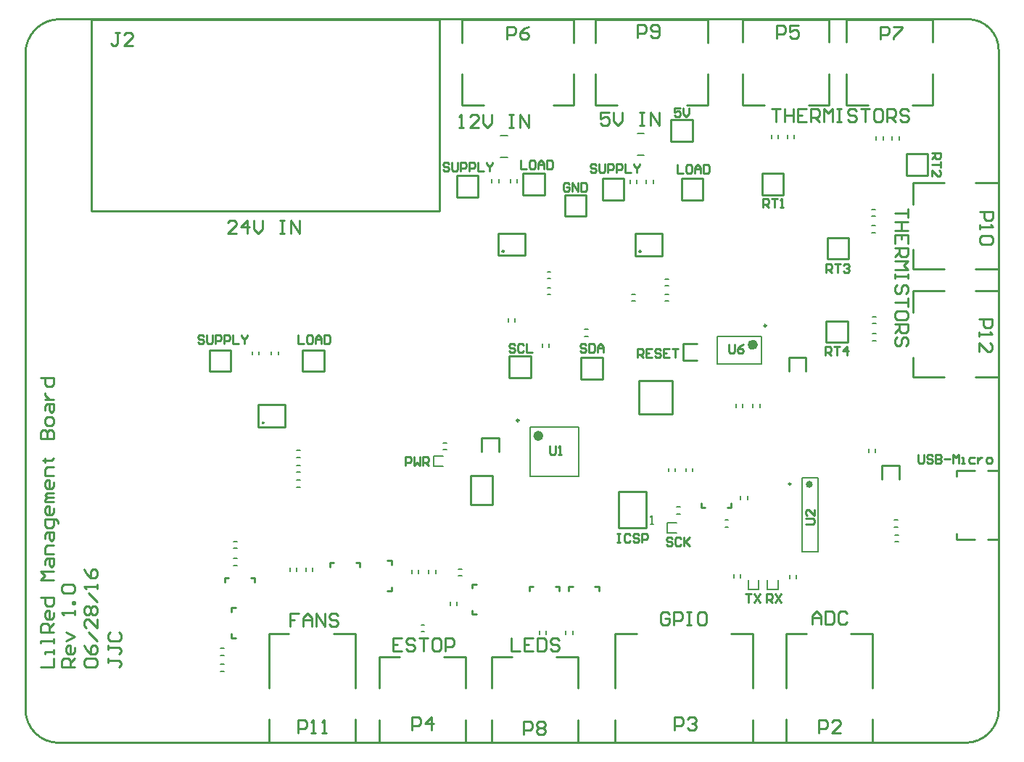
<source format=gto>
%FSLAX24Y24*%
%MOIN*%
G70*
G01*
G75*
G04 Layer_Color=65535*
%ADD10R,0.0551X0.0591*%
%ADD11R,0.0354X0.0394*%
%ADD12R,0.0394X0.0354*%
%ADD13R,0.0315X0.0354*%
%ADD14R,0.0354X0.0315*%
%ADD15R,0.0591X0.0512*%
%ADD16R,0.0512X0.0591*%
%ADD17R,0.0610X0.0591*%
%ADD18R,0.0532X0.0157*%
%ADD19R,0.0433X0.0709*%
%ADD20O,0.0138X0.0669*%
%ADD21O,0.0886X0.0157*%
%ADD22O,0.0236X0.0768*%
%ADD23O,0.0768X0.0236*%
%ADD24R,0.0827X0.0157*%
%ADD25R,0.0394X0.0394*%
%ADD26R,0.0394X0.0394*%
%ADD27R,0.0512X0.1063*%
%ADD28R,0.0315X0.0315*%
%ADD29R,0.0315X0.0315*%
%ADD30R,0.0118X0.0571*%
%ADD31R,0.2047X0.3445*%
%ADD32C,0.0100*%
%ADD33C,0.0200*%
%ADD34C,0.0198*%
%ADD35C,0.3500*%
%ADD36C,0.0500*%
%ADD37C,0.0787*%
%ADD38C,0.1575*%
%ADD39C,0.0610*%
%ADD40C,0.0492*%
%ADD41C,0.0750*%
%ADD42C,0.0394*%
%ADD43C,0.2200*%
%ADD44C,0.0300*%
%ADD45C,0.0100*%
%ADD46C,0.0098*%
%ADD47C,0.0236*%
%ADD48C,0.0157*%
%ADD49C,0.0079*%
%ADD50C,0.0080*%
D32*
X-0Y1526D02*
G03*
X1526Y-0I1526J0D01*
G01*
X43209Y-0D02*
G03*
X44734Y1526I0J1526D01*
G01*
Y31841D02*
G03*
X43307Y33268I-1427J0D01*
G01*
X1575D02*
G03*
X-0Y31693I0J-1575D01*
G01*
X10965Y14715D02*
G03*
X10965Y14715I-39J0D01*
G01*
X28287Y22589D02*
G03*
X28287Y22589I-39J0D01*
G01*
X21988Y22598D02*
G03*
X21988Y22598I-39J0D01*
G01*
X33425Y8D02*
Y1058D01*
X27094Y8D02*
X33425D01*
Y2508D02*
Y5008D01*
X32425D02*
X33425D01*
X27084Y2508D02*
Y5008D01*
X27094Y8D02*
Y1058D01*
X27084Y5008D02*
X28094D01*
X30217Y18356D02*
X30856D01*
X30217Y17569D02*
Y18356D01*
Y17569D02*
X30856D01*
X35876Y17077D02*
Y17717D01*
X35089D02*
X35876D01*
X35089Y17077D02*
Y17717D01*
X40157Y12106D02*
Y12746D01*
X39370D02*
X40157D01*
X39370Y12106D02*
Y12746D01*
X20965Y13386D02*
Y14026D01*
X21752D01*
Y13386D02*
Y14026D01*
X23150Y6988D02*
Y7185D01*
X23327D01*
X24350D02*
X24528D01*
Y6988D02*
Y7185D01*
X24970Y6988D02*
Y7185D01*
X25148D01*
X26171D02*
X26348D01*
Y6988D02*
Y7185D01*
X9154Y7382D02*
Y7579D01*
X9331D01*
X10354D02*
X10532D01*
Y7382D02*
Y7579D01*
X13996Y8081D02*
Y8278D01*
X14174D01*
X15197D02*
X15374D01*
Y8081D02*
Y8278D01*
X9449Y4823D02*
X9646D01*
X9449D02*
Y5000D01*
Y6024D02*
Y6201D01*
X9646D01*
X16634Y8366D02*
X16831D01*
Y8189D02*
Y8366D01*
Y6988D02*
Y7165D01*
X16634Y6988D02*
X16831D01*
X20522Y5906D02*
X20719D01*
X20522D02*
Y6083D01*
Y7106D02*
Y7283D01*
X20719D01*
X32431Y10827D02*
Y11024D01*
X32254Y10827D02*
X32431D01*
X31053D02*
X31230D01*
X31053D02*
Y11024D01*
X-0Y1526D02*
Y31693D01*
X1526Y-0D02*
X1575D01*
X1575Y-0D02*
X43209D01*
X44734Y1526D02*
Y31841D01*
X1575Y33268D02*
X43307D01*
X-0Y31693D02*
Y31693D01*
X15157Y22D02*
Y1072D01*
X11189Y22D02*
X15157D01*
Y2522D02*
Y5022D01*
X14157D02*
X15157D01*
X11189D02*
X12107D01*
X11189Y2522D02*
Y5022D01*
Y22D02*
Y1072D01*
X44744Y9345D02*
Y12505D01*
X42784Y12235D02*
Y12505D01*
X43634D01*
X44234D02*
X44744D01*
X44234Y9345D02*
X44744D01*
X42784D02*
X43634D01*
X42784D02*
Y9615D01*
X25532Y17717D02*
X26516D01*
Y16732D02*
Y17717D01*
X25532Y16732D02*
X26516D01*
X25532D02*
Y17717D01*
X22235Y17766D02*
X23219D01*
Y16782D02*
Y17766D01*
X22235Y16782D02*
X23219D01*
X22235D02*
Y17766D01*
X30158Y24951D02*
Y25935D01*
X31142D01*
Y24951D02*
Y25935D01*
X30158Y24951D02*
X31142D01*
X26516Y25935D02*
X27500D01*
Y24951D02*
Y25935D01*
X27451Y24951D02*
X27500D01*
X26516D02*
X27451D01*
X26516D02*
Y25935D01*
X22874Y26181D02*
X23859D01*
Y25197D02*
Y26181D01*
X22874Y25197D02*
X23859D01*
X22874D02*
Y26181D01*
X13721Y18012D02*
Y18061D01*
X12737D02*
X13721D01*
X12737Y18012D02*
Y18061D01*
X13721Y17077D02*
Y18012D01*
X12737Y17077D02*
X13721D01*
X12737D02*
Y18012D01*
X8455Y18061D02*
X9439D01*
Y17077D02*
Y18061D01*
X8455Y17077D02*
X9439D01*
X8455D02*
Y18061D01*
X28199Y15118D02*
Y16663D01*
Y15118D02*
X29725D01*
Y16663D01*
X28199D02*
X29725D01*
X19823Y26083D02*
X20807D01*
X19823Y25098D02*
Y26083D01*
X20807Y25098D02*
Y26083D01*
X19823Y25098D02*
X20807D01*
X36811Y19390D02*
X37795D01*
Y18406D02*
Y19390D01*
X36811Y18406D02*
X37795D01*
X36811D02*
Y19390D01*
X36860Y23228D02*
X37844D01*
X36860Y23130D02*
Y23228D01*
X37844Y22244D02*
Y23228D01*
X36860Y22244D02*
X37844D01*
X36860D02*
Y23130D01*
X40493Y27067D02*
X41477D01*
Y26083D02*
Y27067D01*
X40493Y26083D02*
X41477D01*
X40493D02*
Y27067D01*
X33849Y26132D02*
Y26181D01*
X34833D01*
Y26132D02*
Y26181D01*
Y25197D02*
Y26132D01*
X33849Y25197D02*
X34833D01*
X33849D02*
Y26132D01*
X29666Y28543D02*
Y28642D01*
X30650D01*
Y27657D02*
Y28642D01*
X29666Y27657D02*
X30650D01*
X29666D02*
Y28543D01*
X24794Y25197D02*
X25778D01*
X24794Y24213D02*
Y25197D01*
X25778Y24213D02*
Y25197D01*
X24794Y24213D02*
X25778D01*
X27254Y11565D02*
X28534D01*
Y9892D02*
Y11565D01*
X27254Y9892D02*
X28534D01*
X27254D02*
Y11565D01*
X21435Y8D02*
Y1058D01*
Y2508D02*
Y3948D01*
X22354D01*
X24404D02*
X25404D01*
Y2508D02*
Y3948D01*
X21435Y8D02*
X25404D01*
Y1058D01*
X36922Y32210D02*
Y33260D01*
Y29320D02*
Y30760D01*
X36003Y29320D02*
X36922D01*
X32953D02*
X33953D01*
X32953D02*
Y30760D01*
Y33260D02*
X36922D01*
X32953Y32210D02*
Y33260D01*
X41696Y32210D02*
Y33260D01*
Y29320D02*
Y30760D01*
X40777Y29320D02*
X41696D01*
X37727D02*
X38727D01*
X37727D02*
Y30760D01*
Y33260D02*
X41696D01*
X37727Y32210D02*
Y33260D01*
X21455Y10957D02*
Y12267D01*
X20455Y10957D02*
X21455D01*
X20455D02*
Y12267D01*
X21455D01*
X38937Y22D02*
Y1072D01*
X34969Y22D02*
X38937D01*
Y2522D02*
Y5022D01*
X37937D02*
X38937D01*
X34969D02*
X35887D01*
X34969Y2522D02*
Y5022D01*
Y22D02*
Y1072D01*
X16267Y8D02*
Y1058D01*
Y2508D02*
Y3948D01*
X17186D01*
X19236D02*
X20236D01*
Y2508D02*
Y3948D01*
X16267Y8D02*
X20236D01*
Y1058D01*
X26201Y32196D02*
Y33246D01*
X31351D01*
X26201Y29306D02*
Y30746D01*
Y29306D02*
X27201D01*
X30401D02*
X31351D01*
Y30746D01*
Y32196D02*
Y33246D01*
X43676Y25748D02*
X44726D01*
Y21779D02*
Y25748D01*
X40786D02*
X42226D01*
X40786Y24748D02*
Y25748D01*
Y21779D02*
Y22698D01*
Y21779D02*
X42226D01*
X43676D02*
X44726D01*
X43676Y20778D02*
X44726D01*
Y16809D02*
Y20778D01*
X40786D02*
X42226D01*
X40786Y19778D02*
Y20778D01*
Y16809D02*
Y17728D01*
Y16809D02*
X42226D01*
X43676D02*
X44726D01*
X19034Y24435D02*
Y33265D01*
X3034D02*
X19034D01*
X3034Y24435D02*
Y33265D01*
Y24435D02*
X19034D01*
X20050Y32196D02*
Y33246D01*
X25200D01*
X20050Y29306D02*
Y30746D01*
Y29306D02*
X21050D01*
X24250D02*
X25200D01*
Y30746D01*
Y32196D02*
Y33246D01*
X10709Y15541D02*
X11929D01*
Y14518D02*
Y15541D01*
X10709Y14518D02*
X11929D01*
X10709D02*
X10709Y15541D01*
X28031Y23415D02*
X29252D01*
Y22392D02*
Y23415D01*
X28031Y22392D02*
X29252D01*
X28031D02*
X28031Y23415D01*
X21732Y23425D02*
X22953D01*
Y22402D02*
Y23425D01*
X21732Y22402D02*
X22953D01*
X21732D02*
X21732Y23425D01*
X12539Y457D02*
Y1057D01*
X12839D01*
X12939Y957D01*
Y757D01*
X12839Y657D01*
X12539D01*
X13139Y457D02*
X13339D01*
X13239D01*
Y1057D01*
X13139Y957D01*
X13639Y457D02*
X13839D01*
X13739D01*
Y1057D01*
X13639Y957D01*
X22894Y380D02*
Y980D01*
X23194D01*
X23294Y880D01*
Y680D01*
X23194Y580D01*
X22894D01*
X23494Y880D02*
X23593Y980D01*
X23793D01*
X23893Y880D01*
Y780D01*
X23793Y680D01*
X23893Y580D01*
Y480D01*
X23793Y380D01*
X23593D01*
X23494Y480D01*
Y580D01*
X23593Y680D01*
X23494Y780D01*
Y880D01*
X23593Y680D02*
X23793D01*
X34538Y32382D02*
Y32982D01*
X34838D01*
X34938Y32882D01*
Y32682D01*
X34838Y32582D01*
X34538D01*
X35537Y32982D02*
X35138D01*
Y32682D01*
X35338Y32782D01*
X35438D01*
X35537Y32682D01*
Y32482D01*
X35438Y32382D01*
X35238D01*
X35138Y32482D01*
X39311Y32333D02*
Y32932D01*
X39611D01*
X39711Y32833D01*
Y32633D01*
X39611Y32533D01*
X39311D01*
X39911Y32932D02*
X40311D01*
Y32833D01*
X39911Y32433D01*
Y32333D01*
X25011Y25678D02*
X24944Y25744D01*
X24811D01*
X24745Y25678D01*
Y25411D01*
X24811Y25344D01*
X24944D01*
X25011Y25411D01*
Y25544D01*
X24878D01*
X25144Y25344D02*
Y25744D01*
X25411Y25344D01*
Y25744D01*
X25544D02*
Y25344D01*
X25744D01*
X25811Y25411D01*
Y25678D01*
X25744Y25744D01*
X25544D01*
X30080Y29189D02*
X29813D01*
Y28989D01*
X29947Y29056D01*
X30013D01*
X30080Y28989D01*
Y28856D01*
X30013Y28789D01*
X29880D01*
X29813Y28856D01*
X30213Y29189D02*
Y28923D01*
X30347Y28789D01*
X30480Y28923D01*
Y29189D01*
X36762Y17815D02*
Y18215D01*
X36962D01*
X37028Y18148D01*
Y18015D01*
X36962Y17948D01*
X36762D01*
X36895D02*
X37028Y17815D01*
X37162Y18215D02*
X37428D01*
X37295D01*
Y17815D01*
X37761D02*
Y18215D01*
X37562Y18015D01*
X37828D01*
X36811Y21604D02*
Y22004D01*
X37011D01*
X37078Y21938D01*
Y21804D01*
X37011Y21738D01*
X36811D01*
X36944D02*
X37078Y21604D01*
X37211Y22004D02*
X37477D01*
X37344D01*
Y21604D01*
X37611Y21938D02*
X37677Y22004D01*
X37811D01*
X37877Y21938D01*
Y21871D01*
X37811Y21804D01*
X37744D01*
X37811D01*
X37877Y21738D01*
Y21671D01*
X37811Y21604D01*
X37677D01*
X37611Y21671D01*
X41674Y27116D02*
X42074D01*
Y26916D01*
X42007Y26850D01*
X41874D01*
X41807Y26916D01*
Y27116D01*
Y26983D02*
X41674Y26850D01*
X42074Y26716D02*
Y26450D01*
Y26583D01*
X41674D01*
Y26050D02*
Y26316D01*
X41940Y26050D01*
X42007D01*
X42074Y26116D01*
Y26250D01*
X42007Y26316D01*
X33898Y24606D02*
Y25006D01*
X34098D01*
X34165Y24940D01*
Y24806D01*
X34098Y24740D01*
X33898D01*
X34031D02*
X34165Y24606D01*
X34298Y25006D02*
X34564D01*
X34431D01*
Y24606D01*
X34698D02*
X34831D01*
X34764D01*
Y25006D01*
X34698Y24940D01*
X22776Y26778D02*
Y26378D01*
X23043D01*
X23376Y26778D02*
X23243D01*
X23176Y26711D01*
Y26445D01*
X23243Y26378D01*
X23376D01*
X23442Y26445D01*
Y26711D01*
X23376Y26778D01*
X23576Y26378D02*
Y26645D01*
X23709Y26778D01*
X23842Y26645D01*
Y26378D01*
Y26578D01*
X23576D01*
X23976Y26778D02*
Y26378D01*
X24176D01*
X24242Y26445D01*
Y26711D01*
X24176Y26778D01*
X23976D01*
X19450Y26613D02*
X19383Y26679D01*
X19250D01*
X19183Y26613D01*
Y26546D01*
X19250Y26479D01*
X19383D01*
X19450Y26413D01*
Y26346D01*
X19383Y26280D01*
X19250D01*
X19183Y26346D01*
X19583Y26679D02*
Y26346D01*
X19650Y26280D01*
X19783D01*
X19850Y26346D01*
Y26679D01*
X19983Y26280D02*
Y26679D01*
X20183D01*
X20250Y26613D01*
Y26479D01*
X20183Y26413D01*
X19983D01*
X20383Y26280D02*
Y26679D01*
X20583D01*
X20650Y26613D01*
Y26479D01*
X20583Y26413D01*
X20383D01*
X20783Y26679D02*
Y26280D01*
X21050D01*
X21183Y26679D02*
Y26613D01*
X21316Y26479D01*
X21449Y26613D01*
Y26679D01*
X21316Y26479D02*
Y26280D01*
X29961Y26581D02*
Y26181D01*
X30228D01*
X30561Y26581D02*
X30428D01*
X30361Y26514D01*
Y26248D01*
X30428Y26181D01*
X30561D01*
X30627Y26248D01*
Y26514D01*
X30561Y26581D01*
X30761Y26181D02*
Y26448D01*
X30894Y26581D01*
X31027Y26448D01*
Y26181D01*
Y26381D01*
X30761D01*
X31161Y26581D02*
Y26181D01*
X31361D01*
X31427Y26248D01*
Y26514D01*
X31361Y26581D01*
X31161D01*
X8180Y18690D02*
X8114Y18756D01*
X7980D01*
X7914Y18690D01*
Y18623D01*
X7980Y18556D01*
X8114D01*
X8180Y18490D01*
Y18423D01*
X8114Y18356D01*
X7980D01*
X7914Y18423D01*
X8314Y18756D02*
Y18423D01*
X8380Y18356D01*
X8514D01*
X8580Y18423D01*
Y18756D01*
X8714Y18356D02*
Y18756D01*
X8913D01*
X8980Y18690D01*
Y18556D01*
X8913Y18490D01*
X8714D01*
X9113Y18356D02*
Y18756D01*
X9313D01*
X9380Y18690D01*
Y18556D01*
X9313Y18490D01*
X9113D01*
X9513Y18756D02*
Y18356D01*
X9780D01*
X9913Y18756D02*
Y18690D01*
X10046Y18556D01*
X10180Y18690D01*
Y18756D01*
X10046Y18556D02*
Y18356D01*
X26241Y26564D02*
X26175Y26630D01*
X26041D01*
X25975Y26564D01*
Y26497D01*
X26041Y26430D01*
X26175D01*
X26241Y26364D01*
Y26297D01*
X26175Y26230D01*
X26041D01*
X25975Y26297D01*
X26375Y26630D02*
Y26297D01*
X26441Y26230D01*
X26575D01*
X26641Y26297D01*
Y26630D01*
X26775Y26230D02*
Y26630D01*
X26974D01*
X27041Y26564D01*
Y26430D01*
X26974Y26364D01*
X26775D01*
X27174Y26230D02*
Y26630D01*
X27374D01*
X27441Y26564D01*
Y26430D01*
X27374Y26364D01*
X27174D01*
X27574Y26630D02*
Y26230D01*
X27841D01*
X27974Y26630D02*
Y26564D01*
X28107Y26430D01*
X28241Y26564D01*
Y26630D01*
X28107Y26430D02*
Y26230D01*
X12540Y18756D02*
Y18356D01*
X12806D01*
X13140Y18756D02*
X13006D01*
X12940Y18690D01*
Y18423D01*
X13006Y18356D01*
X13140D01*
X13206Y18423D01*
Y18690D01*
X13140Y18756D01*
X13340Y18356D02*
Y18623D01*
X13473Y18756D01*
X13606Y18623D01*
Y18356D01*
Y18556D01*
X13340D01*
X13739Y18756D02*
Y18356D01*
X13939D01*
X14006Y18423D01*
Y18690D01*
X13939Y18756D01*
X13739D01*
X22501Y18296D02*
X22435Y18362D01*
X22301D01*
X22235Y18296D01*
Y18229D01*
X22301Y18163D01*
X22435D01*
X22501Y18096D01*
Y18029D01*
X22435Y17963D01*
X22301D01*
X22235Y18029D01*
X22901Y18296D02*
X22834Y18362D01*
X22701D01*
X22635Y18296D01*
Y18029D01*
X22701Y17963D01*
X22834D01*
X22901Y18029D01*
X23034Y18362D02*
Y17963D01*
X23301D01*
X25749Y18296D02*
X25683Y18362D01*
X25549D01*
X25483Y18296D01*
Y18229D01*
X25549Y18163D01*
X25683D01*
X25749Y18096D01*
Y18029D01*
X25683Y17963D01*
X25549D01*
X25483Y18029D01*
X25883Y18362D02*
Y17963D01*
X26082D01*
X26149Y18029D01*
Y18296D01*
X26082Y18362D01*
X25883D01*
X26282Y17963D02*
Y18229D01*
X26416Y18362D01*
X26549Y18229D01*
Y17963D01*
Y18163D01*
X26282D01*
X32323Y18313D02*
Y17980D01*
X32390Y17913D01*
X32523D01*
X32590Y17980D01*
Y18313D01*
X32990D02*
X32856Y18247D01*
X32723Y18113D01*
Y17980D01*
X32790Y17913D01*
X32923D01*
X32990Y17980D01*
Y18047D01*
X32923Y18113D01*
X32723D01*
X35860Y10039D02*
X36194D01*
X36260Y10106D01*
Y10239D01*
X36194Y10306D01*
X35860D01*
X36260Y10706D02*
Y10439D01*
X35994Y10706D01*
X35927D01*
X35860Y10639D01*
Y10506D01*
X35927Y10439D01*
X24105Y13638D02*
Y13305D01*
X24171Y13238D01*
X24305D01*
X24371Y13305D01*
Y13638D01*
X24505Y13238D02*
X24638D01*
X24571D01*
Y13638D01*
X24505Y13571D01*
X28140Y17717D02*
Y18116D01*
X28340D01*
X28407Y18050D01*
Y17916D01*
X28340Y17850D01*
X28140D01*
X28273D02*
X28407Y17717D01*
X28807Y18116D02*
X28540D01*
Y17717D01*
X28807D01*
X28540Y17916D02*
X28673D01*
X29206Y18050D02*
X29140Y18116D01*
X29007D01*
X28940Y18050D01*
Y17983D01*
X29007Y17916D01*
X29140D01*
X29206Y17850D01*
Y17783D01*
X29140Y17717D01*
X29007D01*
X28940Y17783D01*
X29606Y18116D02*
X29340D01*
Y17717D01*
X29606D01*
X29340Y17916D02*
X29473D01*
X29740Y18116D02*
X30006D01*
X29873D01*
Y17717D01*
X28120Y32431D02*
Y33031D01*
X28420D01*
X28520Y32931D01*
Y32731D01*
X28420Y32631D01*
X28120D01*
X28720Y32531D02*
X28820Y32431D01*
X29020D01*
X29120Y32531D01*
Y32931D01*
X29020Y33031D01*
X28820D01*
X28720Y32931D01*
Y32831D01*
X28820Y32731D01*
X29120D01*
X17766Y591D02*
Y1190D01*
X18066D01*
X18166Y1090D01*
Y890D01*
X18066Y790D01*
X17766D01*
X18665Y591D02*
Y1190D01*
X18366Y890D01*
X18765D01*
X29823Y591D02*
Y1190D01*
X30123D01*
X30223Y1090D01*
Y890D01*
X30123Y790D01*
X29823D01*
X30423Y1090D02*
X30523Y1190D01*
X30723D01*
X30823Y1090D01*
Y990D01*
X30723Y890D01*
X30623D01*
X30723D01*
X30823Y790D01*
Y691D01*
X30723Y591D01*
X30523D01*
X30423Y691D01*
X36477Y443D02*
Y1043D01*
X36777D01*
X36877Y943D01*
Y743D01*
X36777Y643D01*
X36477D01*
X37476Y443D02*
X37077D01*
X37476Y843D01*
Y943D01*
X37376Y1043D01*
X37177D01*
X37077Y943D01*
X27205Y9603D02*
X27338D01*
X27272D01*
Y9203D01*
X27205D01*
X27338D01*
X27805Y9536D02*
X27738Y9603D01*
X27605D01*
X27538Y9536D01*
Y9269D01*
X27605Y9203D01*
X27738D01*
X27805Y9269D01*
X28205Y9536D02*
X28138Y9603D01*
X28005D01*
X27938Y9536D01*
Y9469D01*
X28005Y9403D01*
X28138D01*
X28205Y9336D01*
Y9269D01*
X28138Y9203D01*
X28005D01*
X27938Y9269D01*
X28338Y9203D02*
Y9603D01*
X28538D01*
X28605Y9536D01*
Y9403D01*
X28538Y9336D01*
X28338D01*
X41043Y13244D02*
Y12911D01*
X41110Y12844D01*
X41243D01*
X41310Y12911D01*
Y13244D01*
X41710Y13178D02*
X41643Y13244D01*
X41510D01*
X41443Y13178D01*
Y13111D01*
X41510Y13044D01*
X41643D01*
X41710Y12978D01*
Y12911D01*
X41643Y12844D01*
X41510D01*
X41443Y12911D01*
X41843Y13244D02*
Y12844D01*
X42043D01*
X42110Y12911D01*
Y12978D01*
X42043Y13044D01*
X41843D01*
X42043D01*
X42110Y13111D01*
Y13178D01*
X42043Y13244D01*
X41843D01*
X42243Y13044D02*
X42509D01*
X42643Y12844D02*
Y13244D01*
X42776Y13111D01*
X42909Y13244D01*
Y12844D01*
X43043D02*
X43176D01*
X43109D01*
Y13111D01*
X43043D01*
X43642D02*
X43443D01*
X43376Y13044D01*
Y12911D01*
X43443Y12844D01*
X43642D01*
X43776Y13111D02*
Y12844D01*
Y12978D01*
X43842Y13044D01*
X43909Y13111D01*
X43976D01*
X44242Y12844D02*
X44376D01*
X44442Y12911D01*
Y13044D01*
X44376Y13111D01*
X44242D01*
X44176Y13044D01*
Y12911D01*
X44242Y12844D01*
X43848Y24409D02*
X44448D01*
Y24110D01*
X44348Y24010D01*
X44148D01*
X44048Y24110D01*
Y24409D01*
X43848Y23810D02*
Y23610D01*
Y23710D01*
X44448D01*
X44348Y23810D01*
Y23310D02*
X44448Y23210D01*
Y23010D01*
X44348Y22910D01*
X43948D01*
X43848Y23010D01*
Y23210D01*
X43948Y23310D01*
X44348D01*
X43813Y19478D02*
X44413D01*
Y19178D01*
X44313Y19078D01*
X44113D01*
X44013Y19178D01*
Y19478D01*
X43813Y18879D02*
Y18679D01*
Y18779D01*
X44413D01*
X44313Y18879D01*
X43813Y17979D02*
Y18379D01*
X44213Y17979D01*
X44313D01*
X44413Y18079D01*
Y18279D01*
X44313Y18379D01*
X4327Y32637D02*
X4128D01*
X4227D01*
Y32137D01*
X4128Y32037D01*
X4028D01*
X3928Y32137D01*
X4927Y32037D02*
X4527D01*
X4927Y32437D01*
Y32537D01*
X4827Y32637D01*
X4627D01*
X4527Y32537D01*
X22117Y32333D02*
Y32932D01*
X22416D01*
X22516Y32833D01*
Y32633D01*
X22416Y32533D01*
X22117D01*
X23116Y32932D02*
X22916Y32833D01*
X22716Y32633D01*
Y32433D01*
X22816Y32333D01*
X23016D01*
X23116Y32433D01*
Y32533D01*
X23016Y32633D01*
X22716D01*
X3780Y3894D02*
Y3694D01*
Y3794D01*
X4280D01*
X4380Y3694D01*
Y3594D01*
X4280Y3494D01*
X3780Y4494D02*
Y4294D01*
Y4394D01*
X4280D01*
X4380Y4294D01*
Y4194D01*
X4280Y4094D01*
X3880Y5094D02*
X3780Y4994D01*
Y4794D01*
X3880Y4694D01*
X4280D01*
X4380Y4794D01*
Y4994D01*
X4280Y5094D01*
X2797Y3494D02*
X2697Y3594D01*
Y3794D01*
X2797Y3894D01*
X3197D01*
X3297Y3794D01*
Y3594D01*
X3197Y3494D01*
X2797D01*
X2697Y4494D02*
X2797Y4294D01*
X2997Y4094D01*
X3197D01*
X3297Y4194D01*
Y4394D01*
X3197Y4494D01*
X3097D01*
X2997Y4394D01*
Y4094D01*
X3297Y4694D02*
X2897Y5094D01*
X3297Y5693D02*
Y5294D01*
X2897Y5693D01*
X2797D01*
X2697Y5593D01*
Y5393D01*
X2797Y5294D01*
Y5893D02*
X2697Y5993D01*
Y6193D01*
X2797Y6293D01*
X2897D01*
X2997Y6193D01*
X3097Y6293D01*
X3197D01*
X3297Y6193D01*
Y5993D01*
X3197Y5893D01*
X3097D01*
X2997Y5993D01*
X2897Y5893D01*
X2797D01*
X2997Y5993D02*
Y6193D01*
X3297Y6493D02*
X2897Y6893D01*
X3297Y7093D02*
Y7293D01*
Y7193D01*
X2697D01*
X2797Y7093D01*
X2697Y7993D02*
X2797Y7793D01*
X2997Y7593D01*
X3197D01*
X3297Y7693D01*
Y7893D01*
X3197Y7993D01*
X3097D01*
X2997Y7893D01*
Y7593D01*
X2264Y3494D02*
X1664D01*
Y3794D01*
X1764Y3894D01*
X1964D01*
X2064Y3794D01*
Y3494D01*
Y3694D02*
X2264Y3894D01*
Y4394D02*
Y4194D01*
X2164Y4094D01*
X1964D01*
X1864Y4194D01*
Y4394D01*
X1964Y4494D01*
X2064D01*
Y4094D01*
X1864Y4694D02*
X2264Y4894D01*
X1864Y5094D01*
X2264Y5893D02*
Y6093D01*
Y5993D01*
X1664D01*
X1764Y5893D01*
X2264Y6393D02*
X2164D01*
Y6493D01*
X2264D01*
Y6393D01*
X1764Y6893D02*
X1664Y6993D01*
Y7193D01*
X1764Y7293D01*
X2164D01*
X2264Y7193D01*
Y6993D01*
X2164Y6893D01*
X1764D01*
X680Y3494D02*
X1280D01*
Y3894D01*
Y4094D02*
Y4294D01*
Y4194D01*
X880D01*
Y4094D01*
X1280Y4594D02*
Y4794D01*
Y4694D01*
X680D01*
Y4594D01*
X1280Y5094D02*
X680D01*
Y5393D01*
X780Y5493D01*
X980D01*
X1080Y5393D01*
Y5094D01*
Y5294D02*
X1280Y5493D01*
Y5993D02*
Y5793D01*
X1180Y5693D01*
X980D01*
X880Y5793D01*
Y5993D01*
X980Y6093D01*
X1080D01*
Y5693D01*
X680Y6693D02*
X1280D01*
Y6393D01*
X1180Y6293D01*
X980D01*
X880Y6393D01*
Y6693D01*
X1280Y7493D02*
X680D01*
X880Y7693D01*
X680Y7893D01*
X1280D01*
X880Y8193D02*
Y8393D01*
X980Y8492D01*
X1280D01*
Y8193D01*
X1180Y8093D01*
X1080Y8193D01*
Y8492D01*
X1280Y8692D02*
X880D01*
Y8992D01*
X980Y9092D01*
X1280D01*
X880Y9392D02*
Y9592D01*
X980Y9692D01*
X1280D01*
Y9392D01*
X1180Y9292D01*
X1080Y9392D01*
Y9692D01*
X1479Y10092D02*
Y10192D01*
X1380Y10292D01*
X880D01*
Y9992D01*
X980Y9892D01*
X1180D01*
X1280Y9992D01*
Y10292D01*
Y10792D02*
Y10592D01*
X1180Y10492D01*
X980D01*
X880Y10592D01*
Y10792D01*
X980Y10892D01*
X1080D01*
Y10492D01*
X1280Y11092D02*
X880D01*
Y11192D01*
X980Y11292D01*
X1280D01*
X980D01*
X880Y11392D01*
X980Y11492D01*
X1280D01*
Y11991D02*
Y11791D01*
X1180Y11691D01*
X980D01*
X880Y11791D01*
Y11991D01*
X980Y12091D01*
X1080D01*
Y11691D01*
X1280Y12291D02*
X880D01*
Y12591D01*
X980Y12691D01*
X1280D01*
X780Y12991D02*
X880D01*
Y12891D01*
Y13091D01*
Y12991D01*
X1180D01*
X1280Y13091D01*
X680Y13991D02*
X1280D01*
Y14291D01*
X1180Y14391D01*
X1080D01*
X980Y14291D01*
Y13991D01*
Y14291D01*
X880Y14391D01*
X780D01*
X680Y14291D01*
Y13991D01*
X1280Y14690D02*
Y14890D01*
X1180Y14990D01*
X980D01*
X880Y14890D01*
Y14690D01*
X980Y14591D01*
X1180D01*
X1280Y14690D01*
X880Y15290D02*
Y15490D01*
X980Y15590D01*
X1280D01*
Y15290D01*
X1180Y15190D01*
X1080Y15290D01*
Y15590D01*
X880Y15790D02*
X1280D01*
X1080D01*
X980Y15890D01*
X880Y15990D01*
Y16090D01*
X680Y16790D02*
X1280D01*
Y16490D01*
X1180Y16390D01*
X980D01*
X880Y16490D01*
Y16790D01*
X40560Y24557D02*
Y24157D01*
Y24357D01*
X39961D01*
X40560Y23957D02*
X39961D01*
X40261D01*
Y23557D01*
X40560D01*
X39961D01*
X40560Y22958D02*
Y23357D01*
X39961D01*
Y22958D01*
X40261Y23357D02*
Y23158D01*
X39961Y22758D02*
X40560D01*
Y22458D01*
X40460Y22358D01*
X40261D01*
X40161Y22458D01*
Y22758D01*
Y22558D02*
X39961Y22358D01*
Y22158D02*
X40560D01*
X40360Y21958D01*
X40560Y21758D01*
X39961D01*
X40560Y21558D02*
Y21358D01*
Y21458D01*
X39961D01*
Y21558D01*
Y21358D01*
X40460Y20658D02*
X40560Y20758D01*
Y20958D01*
X40460Y21058D01*
X40360D01*
X40261Y20958D01*
Y20758D01*
X40161Y20658D01*
X40061D01*
X39961Y20758D01*
Y20958D01*
X40061Y21058D01*
X40560Y20458D02*
Y20059D01*
Y20258D01*
X39961D01*
X40560Y19559D02*
Y19759D01*
X40460Y19859D01*
X40061D01*
X39961Y19759D01*
Y19559D01*
X40061Y19459D01*
X40460D01*
X40560Y19559D01*
X39961Y19259D02*
X40560D01*
Y18959D01*
X40460Y18859D01*
X40261D01*
X40161Y18959D01*
Y19259D01*
Y19059D02*
X39961Y18859D01*
X40460Y18259D02*
X40560Y18359D01*
Y18559D01*
X40460Y18659D01*
X40360D01*
X40261Y18559D01*
Y18359D01*
X40161Y18259D01*
X40061D01*
X39961Y18359D01*
Y18559D01*
X40061Y18659D01*
X34301Y29143D02*
X34701D01*
X34501D01*
Y28543D01*
X34901Y29143D02*
Y28543D01*
Y28843D01*
X35301D01*
Y29143D01*
Y28543D01*
X35901Y29143D02*
X35501D01*
Y28543D01*
X35901D01*
X35501Y28843D02*
X35701D01*
X36101Y28543D02*
Y29143D01*
X36400D01*
X36500Y29043D01*
Y28843D01*
X36400Y28743D01*
X36101D01*
X36301D02*
X36500Y28543D01*
X36700D02*
Y29143D01*
X36900Y28943D01*
X37100Y29143D01*
Y28543D01*
X37300Y29143D02*
X37500D01*
X37400D01*
Y28543D01*
X37300D01*
X37500D01*
X38200Y29043D02*
X38100Y29143D01*
X37900D01*
X37800Y29043D01*
Y28943D01*
X37900Y28843D01*
X38100D01*
X38200Y28743D01*
Y28643D01*
X38100Y28543D01*
X37900D01*
X37800Y28643D01*
X38400Y29143D02*
X38800D01*
X38600D01*
Y28543D01*
X39300Y29143D02*
X39100D01*
X39000Y29043D01*
Y28643D01*
X39100Y28543D01*
X39300D01*
X39400Y28643D01*
Y29043D01*
X39300Y29143D01*
X39599Y28543D02*
Y29143D01*
X39899D01*
X39999Y29043D01*
Y28843D01*
X39899Y28743D01*
X39599D01*
X39799D02*
X39999Y28543D01*
X40599Y29043D02*
X40499Y29143D01*
X40299D01*
X40199Y29043D01*
Y28943D01*
X40299Y28843D01*
X40499D01*
X40599Y28743D01*
Y28643D01*
X40499Y28543D01*
X40299D01*
X40199Y28643D01*
X26818Y28995D02*
X26418D01*
Y28696D01*
X26618Y28796D01*
X26718D01*
X26818Y28696D01*
Y28496D01*
X26718Y28396D01*
X26518D01*
X26418Y28496D01*
X27018Y28995D02*
Y28596D01*
X27217Y28396D01*
X27417Y28596D01*
Y28995D01*
X28217D02*
X28417D01*
X28317D01*
Y28396D01*
X28217D01*
X28417D01*
X28717D02*
Y28995D01*
X29117Y28396D01*
Y28995D01*
X19922Y28297D02*
X20122D01*
X20022D01*
Y28897D01*
X19922Y28797D01*
X20821Y28297D02*
X20422D01*
X20821Y28697D01*
Y28797D01*
X20721Y28897D01*
X20521D01*
X20422Y28797D01*
X21021Y28897D02*
Y28497D01*
X21221Y28297D01*
X21421Y28497D01*
Y28897D01*
X22221D02*
X22421D01*
X22321D01*
Y28297D01*
X22221D01*
X22421D01*
X22721D02*
Y28897D01*
X23121Y28297D01*
Y28897D01*
X9692Y23425D02*
X9292D01*
X9692Y23825D01*
Y23925D01*
X9592Y24025D01*
X9392D01*
X9292Y23925D01*
X10191Y23425D02*
Y24025D01*
X9892Y23725D01*
X10291D01*
X10491Y24025D02*
Y23625D01*
X10691Y23425D01*
X10891Y23625D01*
Y24025D01*
X11691D02*
X11891D01*
X11791D01*
Y23425D01*
X11691D01*
X11891D01*
X12191D02*
Y24025D01*
X12591Y23425D01*
Y24025D01*
X36162Y5463D02*
Y5862D01*
X36362Y6062D01*
X36562Y5862D01*
Y5463D01*
Y5763D01*
X36162D01*
X36762Y6062D02*
Y5463D01*
X37062D01*
X37162Y5563D01*
Y5962D01*
X37062Y6062D01*
X36762D01*
X37761Y5962D02*
X37661Y6062D01*
X37461D01*
X37361Y5962D01*
Y5563D01*
X37461Y5463D01*
X37661D01*
X37761Y5563D01*
X22343Y4832D02*
Y4232D01*
X22742D01*
X23342Y4832D02*
X22942D01*
Y4232D01*
X23342D01*
X22942Y4532D02*
X23142D01*
X23542Y4832D02*
Y4232D01*
X23842D01*
X23942Y4332D01*
Y4732D01*
X23842Y4832D01*
X23542D01*
X24542Y4732D02*
X24442Y4832D01*
X24242D01*
X24142Y4732D01*
Y4632D01*
X24242Y4532D01*
X24442D01*
X24542Y4432D01*
Y4332D01*
X24442Y4232D01*
X24242D01*
X24142Y4332D01*
X17280Y4832D02*
X16880D01*
Y4232D01*
X17280D01*
X16880Y4532D02*
X17080D01*
X17880Y4732D02*
X17780Y4832D01*
X17580D01*
X17480Y4732D01*
Y4632D01*
X17580Y4532D01*
X17780D01*
X17880Y4432D01*
Y4332D01*
X17780Y4232D01*
X17580D01*
X17480Y4332D01*
X18080Y4832D02*
X18479D01*
X18279D01*
Y4232D01*
X18979Y4832D02*
X18779D01*
X18679Y4732D01*
Y4332D01*
X18779Y4232D01*
X18979D01*
X19079Y4332D01*
Y4732D01*
X18979Y4832D01*
X19279Y4232D02*
Y4832D01*
X19579D01*
X19679Y4732D01*
Y4532D01*
X19579Y4432D01*
X19279D01*
X12555Y5964D02*
X12156D01*
Y5664D01*
X12355D01*
X12156D01*
Y5364D01*
X12755D02*
Y5764D01*
X12955Y5964D01*
X13155Y5764D01*
Y5364D01*
Y5664D01*
X12755D01*
X13355Y5364D02*
Y5964D01*
X13755Y5364D01*
Y5964D01*
X14355Y5864D02*
X14255Y5964D01*
X14055D01*
X13955Y5864D01*
Y5764D01*
X14055Y5664D01*
X14255D01*
X14355Y5564D01*
Y5464D01*
X14255Y5364D01*
X14055D01*
X13955Y5464D01*
X17461Y12746D02*
Y13146D01*
X17661D01*
X17728Y13079D01*
Y12946D01*
X17661Y12879D01*
X17461D01*
X17861Y13146D02*
Y12746D01*
X17994Y12879D01*
X18127Y12746D01*
Y13146D01*
X18261Y12746D02*
Y13146D01*
X18461D01*
X18527Y13079D01*
Y12946D01*
X18461Y12879D01*
X18261D01*
X18394D02*
X18527Y12746D01*
X29735Y9388D02*
X29669Y9455D01*
X29536D01*
X29469Y9388D01*
Y9322D01*
X29536Y9255D01*
X29669D01*
X29735Y9188D01*
Y9122D01*
X29669Y9055D01*
X29536D01*
X29469Y9122D01*
X30135Y9388D02*
X30069Y9455D01*
X29935D01*
X29869Y9388D01*
Y9122D01*
X29935Y9055D01*
X30069D01*
X30135Y9122D01*
X30269Y9455D02*
Y9055D01*
Y9188D01*
X30535Y9455D01*
X30335Y9255D01*
X30535Y9055D01*
X33111Y6847D02*
X33377D01*
X33244D01*
Y6447D01*
X33511Y6847D02*
X33777Y6447D01*
Y6847D02*
X33511Y6447D01*
X34046D02*
Y6847D01*
X34246D01*
X34312Y6780D01*
Y6647D01*
X34246Y6580D01*
X34046D01*
X34179D02*
X34312Y6447D01*
X34446Y6847D02*
X34712Y6447D01*
Y6847D02*
X34446Y6447D01*
X29583Y5913D02*
X29483Y6013D01*
X29283D01*
X29183Y5913D01*
Y5513D01*
X29283Y5413D01*
X29483D01*
X29583Y5513D01*
Y5713D01*
X29383D01*
X29783Y5413D02*
Y6013D01*
X30083D01*
X30183Y5913D01*
Y5713D01*
X30083Y5613D01*
X29783D01*
X30383Y6013D02*
X30583D01*
X30483D01*
Y5413D01*
X30383D01*
X30583D01*
X31182Y6013D02*
X30982D01*
X30883Y5913D01*
Y5513D01*
X30982Y5413D01*
X31182D01*
X31282Y5513D01*
Y5913D01*
X31182Y6013D01*
D45*
X1575Y-0D02*
D03*
D46*
X34046Y19183D02*
G03*
X34046Y19183I-49J0D01*
G01*
X35178Y11903D02*
G03*
X35178Y11903I-49J0D01*
G01*
X22678Y14823D02*
G03*
X22678Y14823I-49J0D01*
G01*
D47*
X33544Y18297D02*
G03*
X33544Y18297I-118J0D01*
G01*
X23691Y14114D02*
G03*
X23691Y14114I-118J0D01*
G01*
D48*
X36103Y11880D02*
G03*
X36103Y11880I-79J0D01*
G01*
D49*
X27874Y20315D02*
X28031D01*
X27874Y20630D02*
X28031D01*
X12470Y12067D02*
X12628D01*
X12470Y11752D02*
X12628D01*
X22500Y19360D02*
Y19518D01*
X22185Y19360D02*
Y19518D01*
X27795Y25709D02*
Y25866D01*
X28110Y25709D02*
Y25866D01*
X10423Y17835D02*
Y17992D01*
X10738Y17835D02*
Y17992D01*
X22283Y25758D02*
Y25915D01*
X22598Y25758D02*
Y25915D01*
X24075Y18179D02*
Y18337D01*
X23760Y18179D02*
Y18337D01*
X25709Y19006D02*
X25866D01*
X25709Y18691D02*
X25866D01*
X32864Y11191D02*
Y11348D01*
X33179Y11191D02*
Y11348D01*
X31811Y18691D02*
X33819D01*
X31811Y17431D02*
X33819D01*
Y18691D01*
X31811Y17431D02*
Y18691D01*
X35709Y8770D02*
Y12195D01*
X36418Y8770D02*
Y12195D01*
X35709D02*
X36418D01*
X35709Y8770D02*
X36418D01*
X23180Y12264D02*
X25424D01*
X23180Y14508D02*
X25424D01*
Y12264D02*
Y14508D01*
X23180Y12264D02*
Y14508D01*
X19203Y13789D02*
X19361D01*
X19203Y13474D02*
X19361D01*
X29872Y12470D02*
Y12628D01*
X29557Y12470D02*
Y12628D01*
X29932Y10837D02*
X30089D01*
X29932Y10522D02*
X30089D01*
X38760Y13356D02*
Y13514D01*
X39075Y13356D02*
Y13514D01*
X32146Y9931D02*
X32304D01*
X32146Y10246D02*
X32304D01*
X39931Y9931D02*
X40089D01*
X39931Y10246D02*
X40089D01*
X30669Y12470D02*
Y12628D01*
X30354Y12470D02*
Y12628D01*
X39971Y9242D02*
X40128D01*
X39971Y9557D02*
X40128D01*
X35433Y7549D02*
Y7707D01*
X35119Y7549D02*
Y7707D01*
X32874Y7598D02*
Y7756D01*
X32559Y7598D02*
Y7756D01*
X29400Y20315D02*
X29557D01*
X29400Y20630D02*
X29557D01*
X12470Y12441D02*
X12628D01*
X12470Y12756D02*
X12628D01*
X11300Y17835D02*
Y17992D01*
X11615Y17835D02*
Y17992D01*
X28533Y25709D02*
Y25866D01*
X28848Y25709D02*
Y25866D01*
X29400Y21004D02*
X29557D01*
X29400Y21319D02*
X29557D01*
X12470Y13130D02*
X12628D01*
X12470Y13445D02*
X12628D01*
X21437Y25758D02*
Y25915D01*
X21752Y25758D02*
Y25915D01*
X23986Y20610D02*
X24144D01*
X23986Y20925D02*
X24144D01*
X23986Y21348D02*
X24144D01*
X23986Y21663D02*
X24144D01*
X18179Y5423D02*
X18337D01*
X18179Y5108D02*
X18337D01*
X19843Y6319D02*
Y6476D01*
X19528Y6319D02*
Y6476D01*
X19902Y7667D02*
X20059D01*
X19902Y7982D02*
X20059D01*
X18534Y7795D02*
Y7953D01*
X18849Y7795D02*
Y7953D01*
X8976Y3287D02*
X9134D01*
X8976Y3602D02*
X9134D01*
X18061Y7795D02*
Y7953D01*
X17746Y7795D02*
Y7953D01*
X8976Y4341D02*
X9134D01*
X8976Y4026D02*
X9134D01*
X12146Y7894D02*
Y8051D01*
X12461Y7894D02*
Y8051D01*
X9567Y9262D02*
X9725D01*
X9567Y8947D02*
X9725D01*
X13199Y7894D02*
Y8051D01*
X12884Y7894D02*
Y8051D01*
X9567Y8159D02*
X9725D01*
X9567Y8474D02*
X9725D01*
X25148Y4990D02*
Y5148D01*
X24833Y4990D02*
Y5148D01*
X23612Y4990D02*
Y5148D01*
X23927Y4990D02*
Y5148D01*
X34282Y27776D02*
Y27933D01*
X34597Y27776D02*
Y27933D01*
X39105Y27726D02*
Y27884D01*
X39420Y27726D02*
Y27884D01*
X35335Y27776D02*
Y27933D01*
X35020Y27776D02*
Y27933D01*
X40158Y27726D02*
Y27884D01*
X39843Y27726D02*
Y27884D01*
X32973Y15423D02*
Y15581D01*
X32658Y15423D02*
Y15581D01*
X33760Y15423D02*
Y15581D01*
X33445Y15423D02*
Y15581D01*
X38898Y24518D02*
X39055D01*
X38898Y24203D02*
X39055D01*
X38937Y19596D02*
X39095D01*
X38937Y19282D02*
X39095D01*
X38898Y23465D02*
X39055D01*
X38898Y23780D02*
X39055D01*
X38937Y18494D02*
X39095D01*
X38937Y18809D02*
X39095D01*
X21831Y26919D02*
X22146D01*
X21831Y27904D02*
X22146D01*
X28130Y27018D02*
X28445D01*
X28130Y28002D02*
X28445D01*
X28731Y10039D02*
X28862D01*
X28796D01*
Y10433D01*
X28731Y10367D01*
D50*
X18752Y13183D02*
X19192D01*
X18752Y12703D02*
X19192D01*
X18752D02*
Y13183D01*
X29480Y10132D02*
X29920D01*
X29480Y9652D02*
X29920D01*
X29480D02*
Y10132D01*
X34101Y7049D02*
Y7489D01*
X34581Y7049D02*
Y7489D01*
X34101Y7049D02*
X34581D01*
X33215D02*
Y7489D01*
X33695Y7049D02*
Y7489D01*
X33215Y7049D02*
X33695D01*
M02*

</source>
